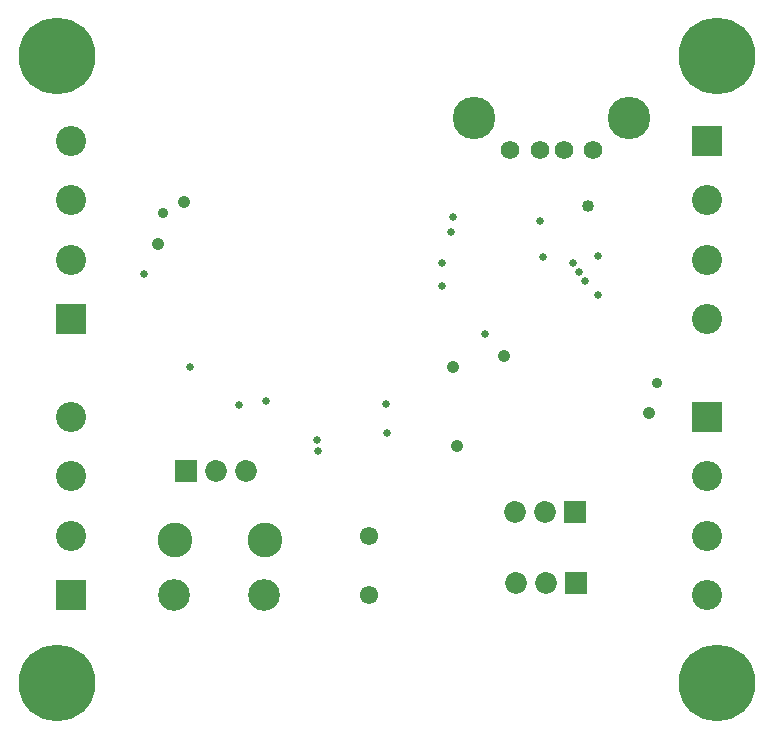
<source format=gbs>
G04*
G04 #@! TF.GenerationSoftware,Altium Limited,Altium Designer,22.7.1 (60)*
G04*
G04 Layer_Color=16711935*
%FSLAX25Y25*%
%MOIN*%
G70*
G04*
G04 #@! TF.SameCoordinates,816887E5-1F56-4921-9221-960AF3535DAC*
G04*
G04*
G04 #@! TF.FilePolarity,Negative*
G04*
G01*
G75*
%ADD25C,0.06181*%
%ADD26C,0.14173*%
%ADD27C,0.10039*%
%ADD28R,0.10039X0.10039*%
%ADD29C,0.25591*%
%ADD30C,0.10591*%
%ADD31C,0.06102*%
%ADD32C,0.11591*%
%ADD33R,0.07284X0.07284*%
%ADD34C,0.07284*%
%ADD35C,0.02591*%
%ADD36C,0.04091*%
%ADD37C,0.03591*%
%ADD38C,0.03991*%
D25*
X311024Y275630D02*
D03*
X318898D02*
D03*
X301181D02*
D03*
X328740D02*
D03*
D26*
X340827Y286299D02*
D03*
X289094D02*
D03*
D27*
X154772Y239158D02*
D03*
Y258842D02*
D03*
Y278528D02*
D03*
X366728Y258842D02*
D03*
Y239158D02*
D03*
Y219472D02*
D03*
X154772Y147158D02*
D03*
Y166842D02*
D03*
Y186528D02*
D03*
X366728Y166842D02*
D03*
Y147158D02*
D03*
Y127472D02*
D03*
D28*
X154772Y219472D02*
D03*
X366728Y278528D02*
D03*
X154772Y127472D02*
D03*
X366728Y186528D02*
D03*
D29*
X150000Y98000D02*
D03*
Y307000D02*
D03*
X370000D02*
D03*
Y98000D02*
D03*
D30*
X219200Y127200D02*
D03*
X189200D02*
D03*
D31*
X253900Y127258D02*
D03*
Y146942D02*
D03*
D32*
X219300Y145800D02*
D03*
X189300D02*
D03*
D33*
X193200Y168800D02*
D03*
X322839Y154839D02*
D03*
X323200Y131400D02*
D03*
D34*
X203200Y168800D02*
D03*
X213200D02*
D03*
X302839Y154839D02*
D03*
X312839D02*
D03*
X303200Y131400D02*
D03*
X313200D02*
D03*
D35*
X311000Y252000D02*
D03*
X236900Y175300D02*
D03*
X236700Y178900D02*
D03*
X260000Y181400D02*
D03*
X278400Y238000D02*
D03*
X259800Y190900D02*
D03*
X278300Y230200D02*
D03*
X292700Y214500D02*
D03*
X281500Y248200D02*
D03*
X282000Y253500D02*
D03*
X312000Y240000D02*
D03*
X322000Y238000D02*
D03*
X324000Y235000D02*
D03*
X325900Y232000D02*
D03*
X330400Y240300D02*
D03*
X330500Y227400D02*
D03*
X210600Y190700D02*
D03*
X219706Y192000D02*
D03*
X194500Y203400D02*
D03*
X179000Y234500D02*
D03*
D36*
X283465Y177165D02*
D03*
X299030Y206839D02*
D03*
X183627Y244370D02*
D03*
X347400Y188100D02*
D03*
X281900Y203300D02*
D03*
X192500Y258400D02*
D03*
D37*
X350000Y198000D02*
D03*
X185500Y254600D02*
D03*
D38*
X327000Y257000D02*
D03*
M02*

</source>
